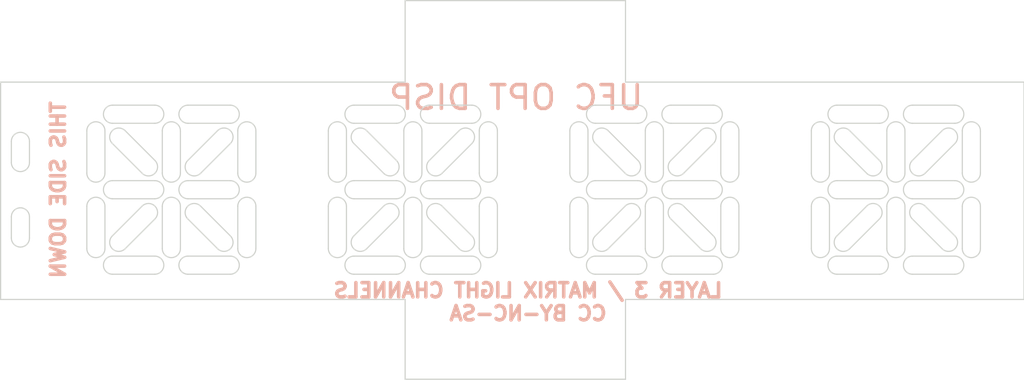
<source format=kicad_pcb>
(kicad_pcb (version 20171130) (host pcbnew "(5.1.9)-1")

  (general
    (thickness 1.6)
    (drawings 279)
    (tracks 0)
    (zones 0)
    (modules 0)
    (nets 1)
  )

  (page A4)
  (layers
    (0 F.Cu signal)
    (31 B.Cu signal)
    (32 B.Adhes user)
    (33 F.Adhes user)
    (34 B.Paste user)
    (35 F.Paste user)
    (36 B.SilkS user)
    (37 F.SilkS user)
    (38 B.Mask user)
    (39 F.Mask user)
    (40 Dwgs.User user)
    (41 Cmts.User user)
    (42 Eco1.User user)
    (43 Eco2.User user)
    (44 Edge.Cuts user)
    (45 Margin user)
    (46 B.CrtYd user)
    (47 F.CrtYd user)
    (48 B.Fab user)
    (49 F.Fab user)
  )

  (setup
    (last_trace_width 0.25)
    (user_trace_width 0.1524)
    (user_trace_width 0.2032)
    (user_trace_width 0.3048)
    (user_trace_width 0.4572)
    (user_trace_width 0.1524)
    (user_trace_width 0.2032)
    (user_trace_width 0.3048)
    (user_trace_width 0.4572)
    (user_trace_width 0.1524)
    (user_trace_width 0.2032)
    (user_trace_width 0.3048)
    (user_trace_width 0.4572)
    (user_trace_width 0.1524)
    (user_trace_width 0.2032)
    (user_trace_width 0.3048)
    (user_trace_width 0.4572)
    (user_trace_width 0.1524)
    (user_trace_width 0.2032)
    (user_trace_width 0.3048)
    (user_trace_width 0.4572)
    (user_trace_width 0.1524)
    (user_trace_width 0.2032)
    (user_trace_width 0.3048)
    (user_trace_width 0.4572)
    (trace_clearance 0.2)
    (zone_clearance 0.508)
    (zone_45_only no)
    (trace_min 0.127)
    (via_size 0.8)
    (via_drill 0.4)
    (via_min_size 0.45)
    (via_min_drill 0.2)
    (user_via 0.45 0.2)
    (user_via 0.45 0.2)
    (user_via 0.45 0.2)
    (user_via 0.45 0.2)
    (user_via 0.45 0.2)
    (user_via 0.45 0.2)
    (uvia_size 0.3)
    (uvia_drill 0.1)
    (uvias_allowed no)
    (uvia_min_size 0.2)
    (uvia_min_drill 0.1)
    (edge_width 0.05)
    (segment_width 0.2)
    (pcb_text_width 0.3)
    (pcb_text_size 1.5 1.5)
    (mod_edge_width 0.12)
    (mod_text_size 1 1)
    (mod_text_width 0.15)
    (pad_size 0.59 0.64)
    (pad_drill 0)
    (pad_to_mask_clearance 0.051)
    (solder_mask_min_width 0.25)
    (aux_axis_origin 101.195 67.75)
    (grid_origin 101.195 67.75)
    (visible_elements 7FFFF7DF)
    (pcbplotparams
      (layerselection 0x010fc_ffffffff)
      (usegerberextensions false)
      (usegerberattributes false)
      (usegerberadvancedattributes false)
      (creategerberjobfile false)
      (excludeedgelayer true)
      (linewidth 0.100000)
      (plotframeref false)
      (viasonmask false)
      (mode 1)
      (useauxorigin false)
      (hpglpennumber 1)
      (hpglpenspeed 20)
      (hpglpendiameter 15.000000)
      (psnegative false)
      (psa4output false)
      (plotreference true)
      (plotvalue true)
      (plotinvisibletext false)
      (padsonsilk false)
      (subtractmaskfromsilk false)
      (outputformat 1)
      (mirror false)
      (drillshape 0)
      (scaleselection 1)
      (outputdirectory "gerber"))
  )

  (net 0 "")

  (net_class Default "This is the default net class."
    (clearance 0.2)
    (trace_width 0.25)
    (via_dia 0.8)
    (via_drill 0.4)
    (uvia_dia 0.3)
    (uvia_drill 0.1)
  )

  (gr_text "UFC OPT DISP" (at 154.443 95.651) (layer B.SilkS) (tstamp 5FB91B70)
    (effects (font (size 1 1) (thickness 0.15)) (justify mirror))
  )
  (gr_arc (start 151.058882 100.486382) (end 151.32829 100.216974) (angle -180) (layer Edge.Cuts) (width 0.05) (tstamp 5FB8A1FE))
  (gr_arc (start 142.4165 102.7025) (end 142.4165 103.0835) (angle -180) (layer Edge.Cuts) (width 0.05) (tstamp 5FB8A147))
  (gr_line (start 142.4165 102.3215) (end 140.6385 102.3215) (layer Edge.Cuts) (width 0.05) (tstamp 5FB8A144))
  (gr_line (start 149.774 91.572) (end 159.045 91.572) (layer Edge.Cuts) (width 0.05) (tstamp 60A054CC))
  (gr_line (start 149.774 107.501) (end 159.045 107.501) (layer Edge.Cuts) (width 0.05) (tstamp 60A054CB))
  (gr_line (start 175.809 95.001) (end 175.809 104.145) (layer Edge.Cuts) (width 0.05) (tstamp 60A054BA))
  (gr_line (start 132.756 95.001) (end 132.756 104.145) (layer Edge.Cuts) (width 0.05) (tstamp 60A054B9))
  (gr_line (start 149.774 104.145) (end 132.756 104.145) (layer Edge.Cuts) (width 0.05))
  (gr_line (start 149.774 107.501) (end 149.774 104.145) (layer Edge.Cuts) (width 0.05))
  (gr_line (start 159.045 104.145) (end 175.809 104.145) (layer Edge.Cuts) (width 0.05))
  (gr_line (start 159.045 107.501) (end 159.045 104.145) (layer Edge.Cuts) (width 0.05))
  (gr_line (start 159.045 95.001) (end 175.809 95.001) (layer Edge.Cuts) (width 0.05))
  (gr_line (start 159.045 95.001) (end 159.045 91.572) (layer Edge.Cuts) (width 0.05))
  (gr_line (start 149.774 95.001) (end 149.774 91.572) (layer Edge.Cuts) (width 0.05))
  (gr_line (start 132.756 95.001) (end 149.774 95.001) (layer Edge.Cuts) (width 0.05))
  (gr_line (start 137.4635 96.7335) (end 139.2415 96.7335) (layer Edge.Cuts) (width 0.05) (tstamp 5FB8B231))
  (gr_line (start 139.2415 95.9715) (end 137.4635 95.9715) (layer Edge.Cuts) (width 0.05) (tstamp 5FB8B230))
  (gr_text "THIS SIDE DOWN" (at 135.1775 99.5275 90) (layer B.SilkS) (tstamp 5FB8AB23)
    (effects (font (size 0.6 0.6) (thickness 0.15)) (justify mirror))
  )
  (gr_arc (start 133.59 100.6705) (end 133.971 100.6705) (angle -180) (layer Edge.Cuts) (width 0.05) (tstamp 5FB8A2E0))
  (gr_arc (start 133.59 101.5595) (end 133.209 101.5595) (angle -180) (layer Edge.Cuts) (width 0.05) (tstamp 5FB8A2DF))
  (gr_line (start 133.209 100.6705) (end 133.209 101.5595) (layer Edge.Cuts) (width 0.05) (tstamp 5FB8A2DE))
  (gr_line (start 133.971 100.6705) (end 133.971 101.5595) (layer Edge.Cuts) (width 0.05) (tstamp 5FB8A2DD))
  (gr_line (start 133.209 97.4955) (end 133.209 98.3845) (layer Edge.Cuts) (width 0.05) (tstamp 5FB8A2D6))
  (gr_line (start 133.971 97.4955) (end 133.971 98.3845) (layer Edge.Cuts) (width 0.05) (tstamp 5FB8A2D5))
  (gr_arc (start 133.59 98.3845) (end 133.209 98.3845) (angle -180) (layer Edge.Cuts) (width 0.05))
  (gr_arc (start 133.59 97.4955) (end 133.971 97.4955) (angle -180) (layer Edge.Cuts) (width 0.05))
  (gr_arc (start 173.595 98.829) (end 173.214 98.829) (angle -180) (layer Edge.Cuts) (width 0.05) (tstamp 5FB8A214))
  (gr_line (start 173.976 98.829) (end 173.976 97.051) (layer Edge.Cuts) (width 0.05) (tstamp 5FB8A213))
  (gr_line (start 170.801 98.829) (end 170.801 97.051) (layer Edge.Cuts) (width 0.05) (tstamp 5FB8A212))
  (gr_arc (start 167.245 98.829) (end 166.864 98.829) (angle -180) (layer Edge.Cuts) (width 0.05) (tstamp 5FB8A211))
  (gr_arc (start 167.245 100.226) (end 167.626 100.226) (angle -180) (layer Edge.Cuts) (width 0.05) (tstamp 5FB8A210))
  (gr_arc (start 170.42 102.004) (end 170.039 102.004) (angle -180) (layer Edge.Cuts) (width 0.05) (tstamp 5FB8A20F))
  (gr_line (start 170.039 100.226) (end 170.039 102.004) (layer Edge.Cuts) (width 0.05) (tstamp 5FB8A20E))
  (gr_line (start 173.214 100.226) (end 173.214 102.004) (layer Edge.Cuts) (width 0.05) (tstamp 5FB8A20D))
  (gr_line (start 167.626 102.004) (end 167.626 100.226) (layer Edge.Cuts) (width 0.05) (tstamp 5FB8A20C))
  (gr_arc (start 173.595 102.004) (end 173.214 102.004) (angle -180) (layer Edge.Cuts) (width 0.05) (tstamp 5FB8A20B))
  (gr_arc (start 173.595 100.226) (end 173.976 100.226) (angle -180) (layer Edge.Cuts) (width 0.05) (tstamp 5FB8A20A))
  (gr_line (start 166.864 97.051) (end 166.864 98.829) (layer Edge.Cuts) (width 0.05) (tstamp 5FB8A209))
  (gr_arc (start 167.245 97.051) (end 167.626 97.051) (angle -180) (layer Edge.Cuts) (width 0.05) (tstamp 5FB8A208))
  (gr_line (start 167.626 98.829) (end 167.626 97.051) (layer Edge.Cuts) (width 0.05) (tstamp 5FB8A207))
  (gr_arc (start 170.42 100.226) (end 170.801 100.226) (angle -180) (layer Edge.Cuts) (width 0.05) (tstamp 5FB8A206))
  (gr_arc (start 170.42 97.051) (end 170.801 97.051) (angle -180) (layer Edge.Cuts) (width 0.05) (tstamp 5FB8A205))
  (gr_line (start 173.214 97.051) (end 173.214 98.829) (layer Edge.Cuts) (width 0.05) (tstamp 5FB8A204))
  (gr_line (start 173.976 102.004) (end 173.976 100.226) (layer Edge.Cuts) (width 0.05) (tstamp 5FB8A203))
  (gr_line (start 170.039 97.051) (end 170.039 98.829) (layer Edge.Cuts) (width 0.05) (tstamp 5FB8A202))
  (gr_line (start 170.801 102.004) (end 170.801 100.226) (layer Edge.Cuts) (width 0.05) (tstamp 5FB8A201))
  (gr_arc (start 170.42 98.829) (end 170.039 98.829) (angle -180) (layer Edge.Cuts) (width 0.05) (tstamp 5FB8A200))
  (gr_arc (start 173.595 97.051) (end 173.976 97.051) (angle -180) (layer Edge.Cuts) (width 0.05) (tstamp 5FB8A1FF))
  (gr_arc (start 171.378882 100.486382) (end 171.64829 100.216974) (angle -180) (layer Edge.Cuts) (width 0.05) (tstamp 5FB8A1FE))
  (gr_line (start 167.934474 97.58079) (end 169.19171 98.838026) (layer Edge.Cuts) (width 0.05) (tstamp 5FB8A1FD))
  (gr_line (start 169.19171 100.216974) (end 167.934474 101.47421) (layer Edge.Cuts) (width 0.05) (tstamp 5FB8A1FC))
  (gr_line (start 172.36671 97.041974) (end 171.109474 98.29921) (layer Edge.Cuts) (width 0.05) (tstamp 5FB8A1FB))
  (gr_line (start 171.1185 99.9085) (end 172.8965 99.9085) (layer Edge.Cuts) (width 0.05) (tstamp 5FB8A1FA))
  (gr_line (start 171.109474 100.75579) (end 172.36671 102.013026) (layer Edge.Cuts) (width 0.05) (tstamp 5FB8A1F9))
  (gr_line (start 167.9435 103.0835) (end 169.7215 103.0835) (layer Edge.Cuts) (width 0.05) (tstamp 5FB8A1F8))
  (gr_arc (start 167.9435 99.5275) (end 167.9435 99.1465) (angle -180) (layer Edge.Cuts) (width 0.05) (tstamp 5FB8A1F7))
  (gr_arc (start 169.461118 100.486382) (end 169.730526 100.75579) (angle -180) (layer Edge.Cuts) (width 0.05) (tstamp 5FB8A1F6))
  (gr_arc (start 172.8965 99.5275) (end 172.8965 99.9085) (angle -180) (layer Edge.Cuts) (width 0.05) (tstamp 5FB8A1F5))
  (gr_arc (start 171.378882 98.568618) (end 171.109474 98.29921) (angle -180) (layer Edge.Cuts) (width 0.05) (tstamp 5FB8A1F4))
  (gr_arc (start 172.636118 97.311382) (end 172.905526 97.58079) (angle -180) (layer Edge.Cuts) (width 0.05) (tstamp 5FB8A1F3))
  (gr_arc (start 167.245 102.004) (end 166.864 102.004) (angle -180) (layer Edge.Cuts) (width 0.05) (tstamp 5FB8A1F2))
  (gr_arc (start 169.7215 99.5275) (end 169.7215 99.9085) (angle -180) (layer Edge.Cuts) (width 0.05) (tstamp 5FB8A1F1))
  (gr_arc (start 172.8965 102.7025) (end 172.8965 103.0835) (angle -180) (layer Edge.Cuts) (width 0.05) (tstamp 5FB8A1F0))
  (gr_line (start 172.8965 99.1465) (end 171.1185 99.1465) (layer Edge.Cuts) (width 0.05) (tstamp 5FB8A1EF))
  (gr_line (start 171.1185 103.0835) (end 172.8965 103.0835) (layer Edge.Cuts) (width 0.05) (tstamp 5FB8A1EE))
  (gr_arc (start 167.9435 96.3525) (end 167.9435 95.9715) (angle -180) (layer Edge.Cuts) (width 0.05) (tstamp 5FB8A1ED))
  (gr_line (start 169.730526 98.29921) (end 168.47329 97.041974) (layer Edge.Cuts) (width 0.05) (tstamp 5FB8A1EC))
  (gr_line (start 172.8965 102.3215) (end 171.1185 102.3215) (layer Edge.Cuts) (width 0.05) (tstamp 5FB8A1EB))
  (gr_arc (start 169.7215 102.7025) (end 169.7215 103.0835) (angle -180) (layer Edge.Cuts) (width 0.05) (tstamp 5FB8A1EA))
  (gr_line (start 169.7215 99.1465) (end 167.9435 99.1465) (layer Edge.Cuts) (width 0.05) (tstamp 5FB8A1E9))
  (gr_line (start 171.1185 96.7335) (end 172.8965 96.7335) (layer Edge.Cuts) (width 0.05) (tstamp 5FB8A1E8))
  (gr_arc (start 167.9435 102.7025) (end 167.9435 102.3215) (angle -180) (layer Edge.Cuts) (width 0.05) (tstamp 5FB8A1E7))
  (gr_line (start 169.7215 102.3215) (end 167.9435 102.3215) (layer Edge.Cuts) (width 0.05) (tstamp 5FB8A1E6))
  (gr_line (start 172.905526 101.47421) (end 171.64829 100.216974) (layer Edge.Cuts) (width 0.05) (tstamp 5FB8A1E5))
  (gr_arc (start 168.203882 97.311382) (end 168.47329 97.041974) (angle -180) (layer Edge.Cuts) (width 0.05) (tstamp 5FB8A1E4))
  (gr_arc (start 169.7215 96.3525) (end 169.7215 96.7335) (angle -180) (layer Edge.Cuts) (width 0.05) (tstamp 5FB8A1E3))
  (gr_line (start 167.9435 99.9085) (end 169.7215 99.9085) (layer Edge.Cuts) (width 0.05) (tstamp 5FB8A1E2))
  (gr_arc (start 168.203882 101.743618) (end 167.934474 101.47421) (angle -180) (layer Edge.Cuts) (width 0.05) (tstamp 5FB8A1E1))
  (gr_arc (start 172.8965 96.3525) (end 172.8965 96.7335) (angle -180) (layer Edge.Cuts) (width 0.05) (tstamp 5FB8A1E0))
  (gr_arc (start 172.636118 101.743618) (end 172.36671 102.013026) (angle -180) (layer Edge.Cuts) (width 0.05) (tstamp 5FB8A1DF))
  (gr_arc (start 169.461118 98.568618) (end 169.19171 98.838026) (angle -180) (layer Edge.Cuts) (width 0.05) (tstamp 5FB8A1DE))
  (gr_line (start 172.8965 95.9715) (end 171.1185 95.9715) (layer Edge.Cuts) (width 0.05) (tstamp 5FB8A1DD))
  (gr_line (start 169.7215 95.9715) (end 167.9435 95.9715) (layer Edge.Cuts) (width 0.05) (tstamp 5FB8A1DC))
  (gr_arc (start 171.1185 99.5275) (end 171.1185 99.1465) (angle -180) (layer Edge.Cuts) (width 0.05) (tstamp 5FB8A1DB))
  (gr_line (start 167.9435 96.7335) (end 169.7215 96.7335) (layer Edge.Cuts) (width 0.05) (tstamp 5FB8A1DA))
  (gr_line (start 166.864 100.226) (end 166.864 102.004) (layer Edge.Cuts) (width 0.05) (tstamp 5FB8A1D9))
  (gr_arc (start 171.1185 102.7025) (end 171.1185 102.3215) (angle -180) (layer Edge.Cuts) (width 0.05) (tstamp 5FB8A1D8))
  (gr_line (start 171.64829 98.838026) (end 172.905526 97.58079) (layer Edge.Cuts) (width 0.05) (tstamp 5FB8A1D7))
  (gr_line (start 168.47329 102.013026) (end 169.730526 100.75579) (layer Edge.Cuts) (width 0.05) (tstamp 5FB8A1D6))
  (gr_arc (start 171.1185 96.3525) (end 171.1185 95.9715) (angle -180) (layer Edge.Cuts) (width 0.05) (tstamp 5FB8A1D5))
  (gr_arc (start 163.435 98.829) (end 163.054 98.829) (angle -180) (layer Edge.Cuts) (width 0.05) (tstamp 5FB8A214))
  (gr_line (start 163.816 98.829) (end 163.816 97.051) (layer Edge.Cuts) (width 0.05) (tstamp 5FB8A213))
  (gr_line (start 160.641 98.829) (end 160.641 97.051) (layer Edge.Cuts) (width 0.05) (tstamp 5FB8A212))
  (gr_arc (start 157.085 98.829) (end 156.704 98.829) (angle -180) (layer Edge.Cuts) (width 0.05) (tstamp 5FB8A211))
  (gr_arc (start 157.085 100.226) (end 157.466 100.226) (angle -180) (layer Edge.Cuts) (width 0.05) (tstamp 5FB8A210))
  (gr_arc (start 160.26 102.004) (end 159.879 102.004) (angle -180) (layer Edge.Cuts) (width 0.05) (tstamp 5FB8A20F))
  (gr_line (start 159.879 100.226) (end 159.879 102.004) (layer Edge.Cuts) (width 0.05) (tstamp 5FB8A20E))
  (gr_line (start 163.054 100.226) (end 163.054 102.004) (layer Edge.Cuts) (width 0.05) (tstamp 5FB8A20D))
  (gr_line (start 157.466 102.004) (end 157.466 100.226) (layer Edge.Cuts) (width 0.05) (tstamp 5FB8A20C))
  (gr_arc (start 163.435 102.004) (end 163.054 102.004) (angle -180) (layer Edge.Cuts) (width 0.05) (tstamp 5FB8A20B))
  (gr_arc (start 163.435 100.226) (end 163.816 100.226) (angle -180) (layer Edge.Cuts) (width 0.05) (tstamp 5FB8A20A))
  (gr_line (start 156.704 97.051) (end 156.704 98.829) (layer Edge.Cuts) (width 0.05) (tstamp 5FB8A209))
  (gr_arc (start 157.085 97.051) (end 157.466 97.051) (angle -180) (layer Edge.Cuts) (width 0.05) (tstamp 5FB8A208))
  (gr_line (start 157.466 98.829) (end 157.466 97.051) (layer Edge.Cuts) (width 0.05) (tstamp 5FB8A207))
  (gr_arc (start 160.26 100.226) (end 160.641 100.226) (angle -180) (layer Edge.Cuts) (width 0.05) (tstamp 5FB8A206))
  (gr_arc (start 160.26 97.051) (end 160.641 97.051) (angle -180) (layer Edge.Cuts) (width 0.05) (tstamp 5FB8A205))
  (gr_line (start 163.054 97.051) (end 163.054 98.829) (layer Edge.Cuts) (width 0.05) (tstamp 5FB8A204))
  (gr_line (start 163.816 102.004) (end 163.816 100.226) (layer Edge.Cuts) (width 0.05) (tstamp 5FB8A203))
  (gr_line (start 159.879 97.051) (end 159.879 98.829) (layer Edge.Cuts) (width 0.05) (tstamp 5FB8A202))
  (gr_line (start 160.641 102.004) (end 160.641 100.226) (layer Edge.Cuts) (width 0.05) (tstamp 5FB8A201))
  (gr_arc (start 160.26 98.829) (end 159.879 98.829) (angle -180) (layer Edge.Cuts) (width 0.05) (tstamp 5FB8A200))
  (gr_arc (start 163.435 97.051) (end 163.816 97.051) (angle -180) (layer Edge.Cuts) (width 0.05) (tstamp 5FB8A1FF))
  (gr_arc (start 161.218882 100.486382) (end 161.48829 100.216974) (angle -180) (layer Edge.Cuts) (width 0.05) (tstamp 5FB8A1FE))
  (gr_line (start 157.774474 97.58079) (end 159.03171 98.838026) (layer Edge.Cuts) (width 0.05) (tstamp 5FB8A1FD))
  (gr_line (start 159.03171 100.216974) (end 157.774474 101.47421) (layer Edge.Cuts) (width 0.05) (tstamp 5FB8A1FC))
  (gr_line (start 162.20671 97.041974) (end 160.949474 98.29921) (layer Edge.Cuts) (width 0.05) (tstamp 5FB8A1FB))
  (gr_line (start 160.9585 99.9085) (end 162.7365 99.9085) (layer Edge.Cuts) (width 0.05) (tstamp 5FB8A1FA))
  (gr_line (start 160.949474 100.75579) (end 162.20671 102.013026) (layer Edge.Cuts) (width 0.05) (tstamp 5FB8A1F9))
  (gr_line (start 157.7835 103.0835) (end 159.5615 103.0835) (layer Edge.Cuts) (width 0.05) (tstamp 5FB8A1F8))
  (gr_arc (start 157.7835 99.5275) (end 157.7835 99.1465) (angle -180) (layer Edge.Cuts) (width 0.05) (tstamp 5FB8A1F7))
  (gr_arc (start 159.301118 100.486382) (end 159.570526 100.75579) (angle -180) (layer Edge.Cuts) (width 0.05) (tstamp 5FB8A1F6))
  (gr_arc (start 162.7365 99.5275) (end 162.7365 99.9085) (angle -180) (layer Edge.Cuts) (width 0.05) (tstamp 5FB8A1F5))
  (gr_arc (start 161.218882 98.568618) (end 160.949474 98.29921) (angle -180) (layer Edge.Cuts) (width 0.05) (tstamp 5FB8A1F4))
  (gr_arc (start 162.476118 97.311382) (end 162.745526 97.58079) (angle -180) (layer Edge.Cuts) (width 0.05) (tstamp 5FB8A1F3))
  (gr_arc (start 157.085 102.004) (end 156.704 102.004) (angle -180) (layer Edge.Cuts) (width 0.05) (tstamp 5FB8A1F2))
  (gr_arc (start 159.5615 99.5275) (end 159.5615 99.9085) (angle -180) (layer Edge.Cuts) (width 0.05) (tstamp 5FB8A1F1))
  (gr_arc (start 162.7365 102.7025) (end 162.7365 103.0835) (angle -180) (layer Edge.Cuts) (width 0.05) (tstamp 5FB8A1F0))
  (gr_line (start 162.7365 99.1465) (end 160.9585 99.1465) (layer Edge.Cuts) (width 0.05) (tstamp 5FB8A1EF))
  (gr_line (start 160.9585 103.0835) (end 162.7365 103.0835) (layer Edge.Cuts) (width 0.05) (tstamp 5FB8A1EE))
  (gr_arc (start 157.7835 96.3525) (end 157.7835 95.9715) (angle -180) (layer Edge.Cuts) (width 0.05) (tstamp 5FB8A1ED))
  (gr_line (start 159.570526 98.29921) (end 158.31329 97.041974) (layer Edge.Cuts) (width 0.05) (tstamp 5FB8A1EC))
  (gr_line (start 162.7365 102.3215) (end 160.9585 102.3215) (layer Edge.Cuts) (width 0.05) (tstamp 5FB8A1EB))
  (gr_arc (start 159.5615 102.7025) (end 159.5615 103.0835) (angle -180) (layer Edge.Cuts) (width 0.05) (tstamp 5FB8A1EA))
  (gr_line (start 159.5615 99.1465) (end 157.7835 99.1465) (layer Edge.Cuts) (width 0.05) (tstamp 5FB8A1E9))
  (gr_line (start 160.9585 96.7335) (end 162.7365 96.7335) (layer Edge.Cuts) (width 0.05) (tstamp 5FB8A1E8))
  (gr_arc (start 157.7835 102.7025) (end 157.7835 102.3215) (angle -180) (layer Edge.Cuts) (width 0.05) (tstamp 5FB8A1E7))
  (gr_line (start 159.5615 102.3215) (end 157.7835 102.3215) (layer Edge.Cuts) (width 0.05) (tstamp 5FB8A1E6))
  (gr_line (start 162.745526 101.47421) (end 161.48829 100.216974) (layer Edge.Cuts) (width 0.05) (tstamp 5FB8A1E5))
  (gr_arc (start 158.043882 97.311382) (end 158.31329 97.041974) (angle -180) (layer Edge.Cuts) (width 0.05) (tstamp 5FB8A1E4))
  (gr_arc (start 159.5615 96.3525) (end 159.5615 96.7335) (angle -180) (layer Edge.Cuts) (width 0.05) (tstamp 5FB8A1E3))
  (gr_line (start 157.7835 99.9085) (end 159.5615 99.9085) (layer Edge.Cuts) (width 0.05) (tstamp 5FB8A1E2))
  (gr_arc (start 158.043882 101.743618) (end 157.774474 101.47421) (angle -180) (layer Edge.Cuts) (width 0.05) (tstamp 5FB8A1E1))
  (gr_arc (start 162.7365 96.3525) (end 162.7365 96.7335) (angle -180) (layer Edge.Cuts) (width 0.05) (tstamp 5FB8A1E0))
  (gr_arc (start 162.476118 101.743618) (end 162.20671 102.013026) (angle -180) (layer Edge.Cuts) (width 0.05) (tstamp 5FB8A1DF))
  (gr_arc (start 159.301118 98.568618) (end 159.03171 98.838026) (angle -180) (layer Edge.Cuts) (width 0.05) (tstamp 5FB8A1DE))
  (gr_line (start 162.7365 95.9715) (end 160.9585 95.9715) (layer Edge.Cuts) (width 0.05) (tstamp 5FB8A1DD))
  (gr_line (start 159.5615 95.9715) (end 157.7835 95.9715) (layer Edge.Cuts) (width 0.05) (tstamp 5FB8A1DC))
  (gr_arc (start 160.9585 99.5275) (end 160.9585 99.1465) (angle -180) (layer Edge.Cuts) (width 0.05) (tstamp 5FB8A1DB))
  (gr_line (start 157.7835 96.7335) (end 159.5615 96.7335) (layer Edge.Cuts) (width 0.05) (tstamp 5FB8A1DA))
  (gr_line (start 156.704 100.226) (end 156.704 102.004) (layer Edge.Cuts) (width 0.05) (tstamp 5FB8A1D9))
  (gr_arc (start 160.9585 102.7025) (end 160.9585 102.3215) (angle -180) (layer Edge.Cuts) (width 0.05) (tstamp 5FB8A1D8))
  (gr_line (start 161.48829 98.838026) (end 162.745526 97.58079) (layer Edge.Cuts) (width 0.05) (tstamp 5FB8A1D7))
  (gr_line (start 158.31329 102.013026) (end 159.570526 100.75579) (layer Edge.Cuts) (width 0.05) (tstamp 5FB8A1D6))
  (gr_arc (start 160.9585 96.3525) (end 160.9585 95.9715) (angle -180) (layer Edge.Cuts) (width 0.05) (tstamp 5FB8A1D5))
  (gr_arc (start 153.275 98.829) (end 152.894 98.829) (angle -180) (layer Edge.Cuts) (width 0.05) (tstamp 5FB8A214))
  (gr_line (start 153.656 98.829) (end 153.656 97.051) (layer Edge.Cuts) (width 0.05) (tstamp 5FB8A213))
  (gr_line (start 150.481 98.829) (end 150.481 97.051) (layer Edge.Cuts) (width 0.05) (tstamp 5FB8A212))
  (gr_arc (start 146.925 98.829) (end 146.544 98.829) (angle -180) (layer Edge.Cuts) (width 0.05) (tstamp 5FB8A211))
  (gr_arc (start 146.925 100.226) (end 147.306 100.226) (angle -180) (layer Edge.Cuts) (width 0.05) (tstamp 5FB8A210))
  (gr_arc (start 150.1 102.004) (end 149.719 102.004) (angle -180) (layer Edge.Cuts) (width 0.05) (tstamp 5FB8A20F))
  (gr_line (start 149.719 100.226) (end 149.719 102.004) (layer Edge.Cuts) (width 0.05) (tstamp 5FB8A20E))
  (gr_line (start 152.894 100.226) (end 152.894 102.004) (layer Edge.Cuts) (width 0.05) (tstamp 5FB8A20D))
  (gr_line (start 147.306 102.004) (end 147.306 100.226) (layer Edge.Cuts) (width 0.05) (tstamp 5FB8A20C))
  (gr_arc (start 153.275 102.004) (end 152.894 102.004) (angle -180) (layer Edge.Cuts) (width 0.05) (tstamp 5FB8A20B))
  (gr_arc (start 153.275 100.226) (end 153.656 100.226) (angle -180) (layer Edge.Cuts) (width 0.05) (tstamp 5FB8A20A))
  (gr_line (start 146.544 97.051) (end 146.544 98.829) (layer Edge.Cuts) (width 0.05) (tstamp 5FB8A209))
  (gr_arc (start 146.925 97.051) (end 147.306 97.051) (angle -180) (layer Edge.Cuts) (width 0.05) (tstamp 5FB8A208))
  (gr_line (start 147.306 98.829) (end 147.306 97.051) (layer Edge.Cuts) (width 0.05) (tstamp 5FB8A207))
  (gr_arc (start 150.1 100.226) (end 150.481 100.226) (angle -180) (layer Edge.Cuts) (width 0.05) (tstamp 5FB8A206))
  (gr_arc (start 150.1 97.051) (end 150.481 97.051) (angle -180) (layer Edge.Cuts) (width 0.05) (tstamp 5FB8A205))
  (gr_line (start 152.894 97.051) (end 152.894 98.829) (layer Edge.Cuts) (width 0.05) (tstamp 5FB8A204))
  (gr_line (start 153.656 102.004) (end 153.656 100.226) (layer Edge.Cuts) (width 0.05) (tstamp 5FB8A203))
  (gr_line (start 149.719 97.051) (end 149.719 98.829) (layer Edge.Cuts) (width 0.05) (tstamp 5FB8A202))
  (gr_line (start 150.481 102.004) (end 150.481 100.226) (layer Edge.Cuts) (width 0.05) (tstamp 5FB8A201))
  (gr_arc (start 150.1 98.829) (end 149.719 98.829) (angle -180) (layer Edge.Cuts) (width 0.05) (tstamp 5FB8A200))
  (gr_arc (start 153.275 97.051) (end 153.656 97.051) (angle -180) (layer Edge.Cuts) (width 0.05) (tstamp 5FB8A1FF))
  (gr_line (start 147.614474 97.58079) (end 148.87171 98.838026) (layer Edge.Cuts) (width 0.05) (tstamp 5FB8A1FD))
  (gr_line (start 148.87171 100.216974) (end 147.614474 101.47421) (layer Edge.Cuts) (width 0.05) (tstamp 5FB8A1FC))
  (gr_line (start 152.04671 97.041974) (end 150.789474 98.29921) (layer Edge.Cuts) (width 0.05) (tstamp 5FB8A1FB))
  (gr_line (start 150.7985 99.9085) (end 152.5765 99.9085) (layer Edge.Cuts) (width 0.05) (tstamp 5FB8A1FA))
  (gr_line (start 150.789474 100.75579) (end 152.04671 102.013026) (layer Edge.Cuts) (width 0.05) (tstamp 5FB8A1F9))
  (gr_line (start 147.6235 103.0835) (end 149.4015 103.0835) (layer Edge.Cuts) (width 0.05) (tstamp 5FB8A1F8))
  (gr_arc (start 147.6235 99.5275) (end 147.6235 99.1465) (angle -180) (layer Edge.Cuts) (width 0.05) (tstamp 5FB8A1F7))
  (gr_arc (start 149.141118 100.486382) (end 149.410526 100.75579) (angle -180) (layer Edge.Cuts) (width 0.05) (tstamp 5FB8A1F6))
  (gr_arc (start 152.5765 99.5275) (end 152.5765 99.9085) (angle -180) (layer Edge.Cuts) (width 0.05) (tstamp 5FB8A1F5))
  (gr_arc (start 151.058882 98.568618) (end 150.789474 98.29921) (angle -180) (layer Edge.Cuts) (width 0.05) (tstamp 5FB8A1F4))
  (gr_arc (start 152.316118 97.311382) (end 152.585526 97.58079) (angle -180) (layer Edge.Cuts) (width 0.05) (tstamp 5FB8A1F3))
  (gr_arc (start 146.925 102.004) (end 146.544 102.004) (angle -180) (layer Edge.Cuts) (width 0.05) (tstamp 5FB8A1F2))
  (gr_arc (start 149.4015 99.5275) (end 149.4015 99.9085) (angle -180) (layer Edge.Cuts) (width 0.05) (tstamp 5FB8A1F1))
  (gr_arc (start 152.5765 102.7025) (end 152.5765 103.0835) (angle -180) (layer Edge.Cuts) (width 0.05) (tstamp 5FB8A1F0))
  (gr_line (start 152.5765 99.1465) (end 150.7985 99.1465) (layer Edge.Cuts) (width 0.05) (tstamp 5FB8A1EF))
  (gr_line (start 150.7985 103.0835) (end 152.5765 103.0835) (layer Edge.Cuts) (width 0.05) (tstamp 5FB8A1EE))
  (gr_arc (start 147.6235 96.3525) (end 147.6235 95.9715) (angle -180) (layer Edge.Cuts) (width 0.05) (tstamp 5FB8A1ED))
  (gr_line (start 149.410526 98.29921) (end 148.15329 97.041974) (layer Edge.Cuts) (width 0.05) (tstamp 5FB8A1EC))
  (gr_line (start 152.5765 102.3215) (end 150.7985 102.3215) (layer Edge.Cuts) (width 0.05) (tstamp 5FB8A1EB))
  (gr_arc (start 149.4015 102.7025) (end 149.4015 103.0835) (angle -180) (layer Edge.Cuts) (width 0.05) (tstamp 5FB8A1EA))
  (gr_line (start 149.4015 99.1465) (end 147.6235 99.1465) (layer Edge.Cuts) (width 0.05) (tstamp 5FB8A1E9))
  (gr_line (start 150.7985 96.7335) (end 152.5765 96.7335) (layer Edge.Cuts) (width 0.05) (tstamp 5FB8A1E8))
  (gr_arc (start 147.6235 102.7025) (end 147.6235 102.3215) (angle -180) (layer Edge.Cuts) (width 0.05) (tstamp 5FB8A1E7))
  (gr_line (start 149.4015 102.3215) (end 147.6235 102.3215) (layer Edge.Cuts) (width 0.05) (tstamp 5FB8A1E6))
  (gr_line (start 152.585526 101.47421) (end 151.32829 100.216974) (layer Edge.Cuts) (width 0.05) (tstamp 5FB8A1E5))
  (gr_arc (start 147.883882 97.311382) (end 148.15329 97.041974) (angle -180) (layer Edge.Cuts) (width 0.05) (tstamp 5FB8A1E4))
  (gr_arc (start 149.4015 96.3525) (end 149.4015 96.7335) (angle -180) (layer Edge.Cuts) (width 0.05) (tstamp 5FB8A1E3))
  (gr_line (start 147.6235 99.9085) (end 149.4015 99.9085) (layer Edge.Cuts) (width 0.05) (tstamp 5FB8A1E2))
  (gr_arc (start 147.883882 101.743618) (end 147.614474 101.47421) (angle -180) (layer Edge.Cuts) (width 0.05) (tstamp 5FB8A1E1))
  (gr_arc (start 152.5765 96.3525) (end 152.5765 96.7335) (angle -180) (layer Edge.Cuts) (width 0.05) (tstamp 5FB8A1E0))
  (gr_arc (start 152.316118 101.743618) (end 152.04671 102.013026) (angle -180) (layer Edge.Cuts) (width 0.05) (tstamp 5FB8A1DF))
  (gr_arc (start 149.141118 98.568618) (end 148.87171 98.838026) (angle -180) (layer Edge.Cuts) (width 0.05) (tstamp 5FB8A1DE))
  (gr_line (start 152.5765 95.9715) (end 150.7985 95.9715) (layer Edge.Cuts) (width 0.05) (tstamp 5FB8A1DD))
  (gr_line (start 149.4015 95.9715) (end 147.6235 95.9715) (layer Edge.Cuts) (width 0.05) (tstamp 5FB8A1DC))
  (gr_arc (start 150.7985 99.5275) (end 150.7985 99.1465) (angle -180) (layer Edge.Cuts) (width 0.05) (tstamp 5FB8A1DB))
  (gr_line (start 147.6235 96.7335) (end 149.4015 96.7335) (layer Edge.Cuts) (width 0.05) (tstamp 5FB8A1DA))
  (gr_line (start 146.544 100.226) (end 146.544 102.004) (layer Edge.Cuts) (width 0.05) (tstamp 5FB8A1D9))
  (gr_arc (start 150.7985 102.7025) (end 150.7985 102.3215) (angle -180) (layer Edge.Cuts) (width 0.05) (tstamp 5FB8A1D8))
  (gr_line (start 151.32829 98.838026) (end 152.585526 97.58079) (layer Edge.Cuts) (width 0.05) (tstamp 5FB8A1D7))
  (gr_line (start 148.15329 102.013026) (end 149.410526 100.75579) (layer Edge.Cuts) (width 0.05) (tstamp 5FB8A1D6))
  (gr_arc (start 150.7985 96.3525) (end 150.7985 95.9715) (angle -180) (layer Edge.Cuts) (width 0.05) (tstamp 5FB8A1D5))
  (gr_arc (start 142.4165 99.5275) (end 142.4165 99.9085) (angle -180) (layer Edge.Cuts) (width 0.05) (tstamp 5FB8A147))
  (gr_line (start 140.6385 99.9085) (end 142.4165 99.9085) (layer Edge.Cuts) (width 0.05) (tstamp 5FB8A146))
  (gr_arc (start 140.6385 99.5275) (end 140.6385 99.1465) (angle -180) (layer Edge.Cuts) (width 0.05) (tstamp 5FB8A145))
  (gr_line (start 142.4165 99.1465) (end 140.6385 99.1465) (layer Edge.Cuts) (width 0.05) (tstamp 5FB8A144))
  (gr_line (start 140.6385 103.0835) (end 142.4165 103.0835) (layer Edge.Cuts) (width 0.05) (tstamp 5FB8A146))
  (gr_arc (start 140.6385 102.7025) (end 140.6385 102.3215) (angle -180) (layer Edge.Cuts) (width 0.05) (tstamp 5FB8A145))
  (gr_arc (start 139.2415 102.7025) (end 139.2415 103.0835) (angle -180) (layer Edge.Cuts) (width 0.05) (tstamp 5FB8A147))
  (gr_line (start 137.4635 103.0835) (end 139.2415 103.0835) (layer Edge.Cuts) (width 0.05) (tstamp 5FB8A146))
  (gr_arc (start 137.4635 102.7025) (end 137.4635 102.3215) (angle -180) (layer Edge.Cuts) (width 0.05) (tstamp 5FB8A145))
  (gr_line (start 139.2415 102.3215) (end 137.4635 102.3215) (layer Edge.Cuts) (width 0.05) (tstamp 5FB8A144))
  (gr_arc (start 139.2415 99.5275) (end 139.2415 99.9085) (angle -180) (layer Edge.Cuts) (width 0.05) (tstamp 5FB8A147))
  (gr_line (start 137.4635 99.9085) (end 139.2415 99.9085) (layer Edge.Cuts) (width 0.05) (tstamp 5FB8A146))
  (gr_arc (start 137.4635 99.5275) (end 137.4635 99.1465) (angle -180) (layer Edge.Cuts) (width 0.05) (tstamp 5FB8A145))
  (gr_line (start 139.2415 99.1465) (end 137.4635 99.1465) (layer Edge.Cuts) (width 0.05) (tstamp 5FB8A144))
  (gr_arc (start 142.4165 96.3525) (end 142.4165 96.7335) (angle -180) (layer Edge.Cuts) (width 0.05) (tstamp 5FB8A147))
  (gr_line (start 140.6385 96.7335) (end 142.4165 96.7335) (layer Edge.Cuts) (width 0.05) (tstamp 5FB8A146))
  (gr_arc (start 140.6385 96.3525) (end 140.6385 95.9715) (angle -180) (layer Edge.Cuts) (width 0.05) (tstamp 5FB8A145))
  (gr_line (start 142.4165 95.9715) (end 140.6385 95.9715) (layer Edge.Cuts) (width 0.05) (tstamp 5FB8A144))
  (gr_arc (start 139.2415 96.3525) (end 139.2415 96.7335) (angle -180) (layer Edge.Cuts) (width 0.05) (tstamp 5FB8A147))
  (gr_arc (start 137.4635 96.3525) (end 137.4635 95.9715) (angle -180) (layer Edge.Cuts) (width 0.05) (tstamp 5FB8A145))
  (gr_arc (start 142.156118 97.311382) (end 142.425526 97.58079) (angle -180) (layer Edge.Cuts) (width 0.05) (tstamp 5FB8A147))
  (gr_line (start 141.16829 98.838026) (end 142.425526 97.58079) (layer Edge.Cuts) (width 0.05) (tstamp 5FB8A146))
  (gr_arc (start 140.898882 98.568618) (end 140.629474 98.29921) (angle -180) (layer Edge.Cuts) (width 0.05) (tstamp 5FB8A145))
  (gr_line (start 141.88671 97.041974) (end 140.629474 98.29921) (layer Edge.Cuts) (width 0.05) (tstamp 5FB8A144))
  (gr_arc (start 138.981118 100.486382) (end 139.250526 100.75579) (angle -180) (layer Edge.Cuts) (width 0.05) (tstamp 5FB8A147))
  (gr_line (start 137.99329 102.013026) (end 139.250526 100.75579) (layer Edge.Cuts) (width 0.05) (tstamp 5FB8A146))
  (gr_arc (start 137.723882 101.743618) (end 137.454474 101.47421) (angle -180) (layer Edge.Cuts) (width 0.05) (tstamp 5FB8A145))
  (gr_line (start 138.71171 100.216974) (end 137.454474 101.47421) (layer Edge.Cuts) (width 0.05) (tstamp 5FB8A144))
  (gr_arc (start 142.156118 101.743618) (end 141.88671 102.013026) (angle -180) (layer Edge.Cuts) (width 0.05) (tstamp 5FB8A147))
  (gr_line (start 140.629474 100.75579) (end 141.88671 102.013026) (layer Edge.Cuts) (width 0.05) (tstamp 5FB8A146))
  (gr_arc (start 140.898882 100.486382) (end 141.16829 100.216974) (angle -180) (layer Edge.Cuts) (width 0.05) (tstamp 5FB8A145))
  (gr_line (start 142.425526 101.47421) (end 141.16829 100.216974) (layer Edge.Cuts) (width 0.05) (tstamp 5FB8A144))
  (gr_arc (start 138.981118 98.568618) (end 138.71171 98.838026) (angle -180) (layer Edge.Cuts) (width 0.05) (tstamp 5FB8A147))
  (gr_line (start 137.454474 97.58079) (end 138.71171 98.838026) (layer Edge.Cuts) (width 0.05) (tstamp 5FB8A146))
  (gr_arc (start 137.723882 97.311382) (end 137.99329 97.041974) (angle -180) (layer Edge.Cuts) (width 0.05) (tstamp 5FB8A145))
  (gr_line (start 139.250526 98.29921) (end 137.99329 97.041974) (layer Edge.Cuts) (width 0.05) (tstamp 5FB8A144))
  (gr_arc (start 136.765 102.004) (end 136.384 102.004) (angle -180) (layer Edge.Cuts) (width 0.05) (tstamp 5FB8A147))
  (gr_line (start 136.384 100.226) (end 136.384 102.004) (layer Edge.Cuts) (width 0.05) (tstamp 5FB8A146))
  (gr_arc (start 136.765 100.226) (end 137.146 100.226) (angle -180) (layer Edge.Cuts) (width 0.05) (tstamp 5FB8A145))
  (gr_line (start 137.146 102.004) (end 137.146 100.226) (layer Edge.Cuts) (width 0.05) (tstamp 5FB8A144))
  (gr_arc (start 139.94 102.004) (end 139.559 102.004) (angle -180) (layer Edge.Cuts) (width 0.05) (tstamp 5FB8A147))
  (gr_line (start 139.559 100.226) (end 139.559 102.004) (layer Edge.Cuts) (width 0.05) (tstamp 5FB8A146))
  (gr_arc (start 139.94 100.226) (end 140.321 100.226) (angle -180) (layer Edge.Cuts) (width 0.05) (tstamp 5FB8A145))
  (gr_line (start 140.321 102.004) (end 140.321 100.226) (layer Edge.Cuts) (width 0.05) (tstamp 5FB8A144))
  (gr_arc (start 143.115 102.004) (end 142.734 102.004) (angle -180) (layer Edge.Cuts) (width 0.05) (tstamp 5FB8A147))
  (gr_line (start 142.734 100.226) (end 142.734 102.004) (layer Edge.Cuts) (width 0.05) (tstamp 5FB8A146))
  (gr_arc (start 143.115 100.226) (end 143.496 100.226) (angle -180) (layer Edge.Cuts) (width 0.05) (tstamp 5FB8A145))
  (gr_line (start 143.496 102.004) (end 143.496 100.226) (layer Edge.Cuts) (width 0.05) (tstamp 5FB8A144))
  (gr_arc (start 143.115 98.829) (end 142.734 98.829) (angle -180) (layer Edge.Cuts) (width 0.05) (tstamp 5FB8A147))
  (gr_line (start 142.734 97.051) (end 142.734 98.829) (layer Edge.Cuts) (width 0.05) (tstamp 5FB8A146))
  (gr_arc (start 143.115 97.051) (end 143.496 97.051) (angle -180) (layer Edge.Cuts) (width 0.05) (tstamp 5FB8A145))
  (gr_line (start 143.496 98.829) (end 143.496 97.051) (layer Edge.Cuts) (width 0.05) (tstamp 5FB8A144))
  (gr_arc (start 139.94 98.829) (end 139.559 98.829) (angle -180) (layer Edge.Cuts) (width 0.05) (tstamp 5FB8A147))
  (gr_line (start 139.559 97.051) (end 139.559 98.829) (layer Edge.Cuts) (width 0.05) (tstamp 5FB8A146))
  (gr_arc (start 139.94 97.051) (end 140.321 97.051) (angle -180) (layer Edge.Cuts) (width 0.05) (tstamp 5FB8A145))
  (gr_line (start 140.321 98.829) (end 140.321 97.051) (layer Edge.Cuts) (width 0.05) (tstamp 5FB8A144))
  (gr_line (start 136.384 97.051) (end 136.384 98.829) (layer Edge.Cuts) (width 0.05) (tstamp 5FB8A13F))
  (gr_line (start 137.146 98.829) (end 137.146 97.051) (layer Edge.Cuts) (width 0.05) (tstamp 5FB8A13E))
  (gr_arc (start 136.765 98.829) (end 136.384 98.829) (angle -180) (layer Edge.Cuts) (width 0.05))
  (gr_arc (start 136.765 97.051) (end 137.146 97.051) (angle -180) (layer Edge.Cuts) (width 0.05))
  (gr_text "LAYER 3 / MATRIX LIGHT CHANNELS\nCC BY-NC-SA" (at 154.945 104.25) (layer B.SilkS) (tstamp 5FB89D72)
    (effects (font (size 0.6 0.6) (thickness 0.15)) (justify mirror))
  )

)

</source>
